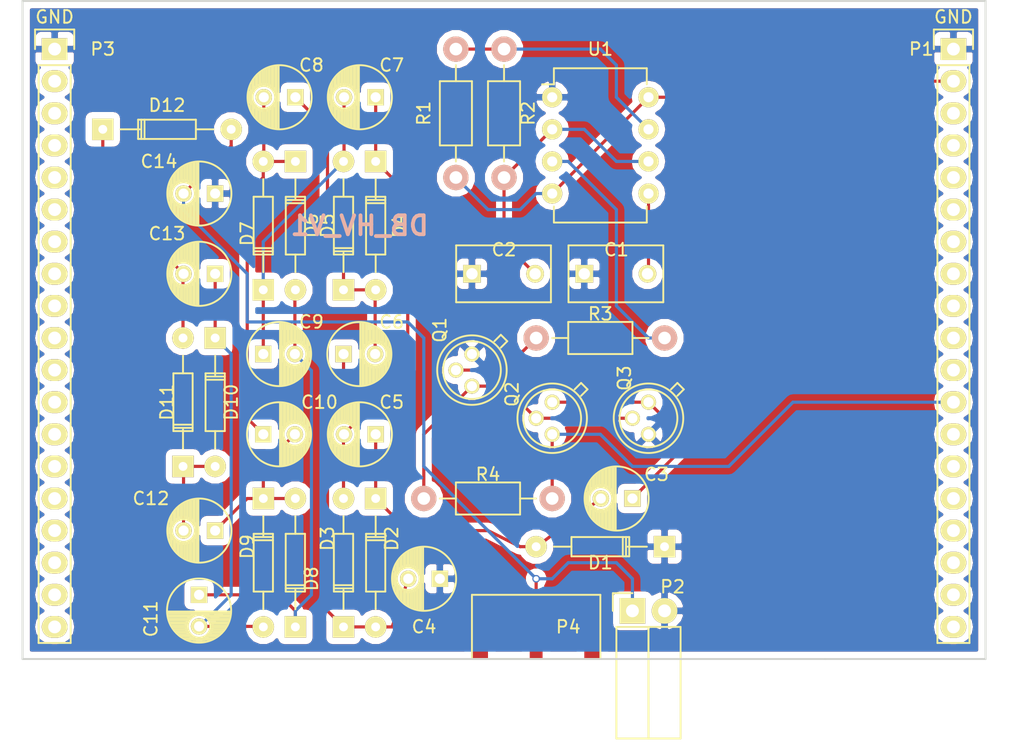
<source format=kicad_pcb>
(kicad_pcb (version 4) (host pcbnew 4.0.3+e1-6302~38~ubuntu16.04.1-stable)
  (layers (0 F.Cu signal) (31 B.Cu signal) (34 B.Paste user) (35 F.Paste user) (36 B.SilkS user) (37 F.SilkS user) (38 B.Mask user) (39 F.Mask user) (44 Edge.Cuts user))
  (net 0 "")
  (net 1 GND)
  (net 2 "Net-(C1-Pad2)")
  (net 3 "Net-(C2-Pad2)")
  (net 4 "Net-(C3-Pad2)")
  (net 5 "Net-(C3-Pad1)")
  (net 6 "Net-(C4-Pad2)")
  (net 7 "Net-(C5-Pad2)")
  (net 8 "Net-(C6-Pad2)")
  (net 9 "Net-(C7-Pad2)")
  (net 10 "Net-(C10-Pad1)")
  (net 11 "Net-(C11-Pad1)")
  (net 12 "Net-(C10-Pad2)")
  (net 13 "Net-(C11-Pad2)")
  (net 14 "Net-(C12-Pad2)")
  (net 15 "Net-(C13-Pad2)")
  (net 16 "Net-(C14-Pad2)")
  (net 17 VCC)
  (net 18 "Net-(P1-Pad3)")
  (net 19 "Net-(P1-Pad4)")
  (net 20 "Net-(P1-Pad5)")
  (net 21 "Net-(P1-Pad6)")
  (net 22 "Net-(P1-Pad7)")
  (net 23 "Net-(P1-Pad8)")
  (net 24 "Net-(P1-Pad9)")
  (net 25 "Net-(P1-Pad10)")
  (net 26 "Net-(P1-Pad11)")
  (net 27 "Net-(P1-Pad12)")
  (net 28 "Net-(P1-Pad13)")
  (net 29 "Net-(P1-Pad14)")
  (net 30 "Net-(P1-Pad15)")
  (net 31 "Net-(P1-Pad16)")
  (net 32 "Net-(P1-Pad17)")
  (net 33 "Net-(P1-Pad18)")
  (net 34 "Net-(P1-Pad19)")
  (net 35 "Net-(P3-Pad2)")
  (net 36 "Net-(P3-Pad3)")
  (net 37 "Net-(P3-Pad4)")
  (net 38 "Net-(P3-Pad5)")
  (net 39 "Net-(P3-Pad6)")
  (net 40 "Net-(P3-Pad7)")
  (net 41 "Net-(P3-Pad8)")
  (net 42 "Net-(P3-Pad9)")
  (net 43 "Net-(P3-Pad10)")
  (net 44 "Net-(P3-Pad11)")
  (net 45 "Net-(P3-Pad12)")
  (net 46 "Net-(P3-Pad13)")
  (net 47 "Net-(P3-Pad14)")
  (net 48 "Net-(P3-Pad15)")
  (net 49 "Net-(P3-Pad16)")
  (net 50 "Net-(P3-Pad17)")
  (net 51 "Net-(P3-Pad18)")
  (net 52 "Net-(P3-Pad19)")
  (net 53 "Net-(Q1-Pad2)")
  (net 54 "Net-(R1-Pad1)")
  (net 55 "Net-(R3-Pad2)")
  (net 56 "Net-(Q1-Pad3)")
  (module Capacitors_ThroughHole:C_Disc_D7.5_P5 (layer F.Cu) (at 115.57 53.34)
    (fp_text reference C1 (at 2.54 -1.905) (layer F.SilkS))
    (fp_text value 10n)
    (pad 1 thru_hole rect (at 0 0) (size 1.4 1.4) (drill 0.9) (layers *.Cu *.Mask F.SilkS) (net 1 GND))
    (pad 2 thru_hole circle (at 5 0) (size 1.4 1.4) (drill 0.9) (layers *.Cu *.Mask F.SilkS) (net 2 "Net-(C1-Pad2)"))
  )
  (module Capacitors_ThroughHole:C_Disc_D7.5_P5 (layer F.Cu) (at 106.68 53.34)
    (fp_text reference C2 (at 2.54 -1.905) (layer F.SilkS))
    (fp_text value 47n)
    (pad 1 thru_hole rect (at 0 0) (size 1.4 1.4) (drill 0.9) (layers *.Cu *.Mask F.SilkS) (net 1 GND))
    (pad 2 thru_hole circle (at 5 0) (size 1.4 1.4) (drill 0.9) (layers *.Cu *.Mask F.SilkS) (net 3 "Net-(C2-Pad2)"))
  )
  (module Diodes_ThroughHole:Diode_DO-35_SOD27_Horizontal_RM10 (layer F.Cu) (at 121.92 74.93 180)
    (fp_text reference D1 (at 5.08 -1.27 180) (layer F.SilkS))
    (fp_text value 1N4001)
    (pad 2 thru_hole circle (at 10.16052 -0.00254) (size 1.69926 1.69926) (drill 0.70104) (layers *.Cu *.Mask F.SilkS) (net 4 "Net-(C3-Pad2)"))
    (pad 1 thru_hole rect (at 0.00052 -0.00254) (size 1.69926 1.69926) (drill 0.70104) (layers *.Cu *.Mask F.SilkS) (net 1 GND))
  )
  (module Diodes_ThroughHole:Diode_DO-35_SOD27_Horizontal_RM10 (layer F.Cu) (at 99.06 71.12 270)
    (fp_text reference D2 (at 3.175 -1.27 270) (layer F.SilkS))
    (fp_text value 1N5062)
    (pad 2 thru_hole circle (at 10.16052 -0.00254 90) (size 1.69926 1.69926) (drill 0.70104) (layers *.Cu *.Mask F.SilkS) (net 6 "Net-(C4-Pad2)"))
    (pad 1 thru_hole rect (at 0.00052 -0.00254 90) (size 1.69926 1.69926) (drill 0.70104) (layers *.Cu *.Mask F.SilkS) (net 4 "Net-(C3-Pad2)"))
  )
  (module Diodes_ThroughHole:Diode_DO-35_SOD27_Horizontal_RM10 (layer F.Cu) (at 96.52 81.28 90)
    (fp_text reference D3 (at 6.985 -1.27 90) (layer F.SilkS))
    (fp_text value 1N5062)
    (pad 2 thru_hole circle (at 10.16052 -0.00254 270) (size 1.69926 1.69926) (drill 0.70104) (layers *.Cu *.Mask F.SilkS) (net 7 "Net-(C5-Pad2)"))
    (pad 1 thru_hole rect (at 0.00052 -0.00254 270) (size 1.69926 1.69926) (drill 0.70104) (layers *.Cu *.Mask F.SilkS) (net 6 "Net-(C4-Pad2)"))
  )
  (module Diodes_ThroughHole:Diode_DO-35_SOD27_Horizontal_RM10 (layer F.Cu) (at 99.06 44.45 270)
    (fp_text reference D4 (at 5.08 -1.905 270) (layer F.SilkS))
    (fp_text value 1N5062)
    (pad 2 thru_hole circle (at 10.16052 -0.00254 90) (size 1.69926 1.69926) (drill 0.70104) (layers *.Cu *.Mask F.SilkS) (net 8 "Net-(C6-Pad2)"))
    (pad 1 thru_hole rect (at 0.00052 -0.00254 90) (size 1.69926 1.69926) (drill 0.70104) (layers *.Cu *.Mask F.SilkS) (net 7 "Net-(C5-Pad2)"))
  )
  (module Diodes_ThroughHole:Diode_DO-35_SOD27_Horizontal_RM10 (layer F.Cu) (at 96.52 54.61 90)
    (fp_text reference D5 (at 5.08 -1.27 90) (layer F.SilkS))
    (fp_text value 1N5062)
    (pad 2 thru_hole circle (at 10.16052 -0.00254 270) (size 1.69926 1.69926) (drill 0.70104) (layers *.Cu *.Mask F.SilkS) (net 9 "Net-(C7-Pad2)"))
    (pad 1 thru_hole rect (at 0.00052 -0.00254 270) (size 1.69926 1.69926) (drill 0.70104) (layers *.Cu *.Mask F.SilkS) (net 8 "Net-(C6-Pad2)"))
  )
  (module Diodes_ThroughHole:Diode_DO-35_SOD27_Horizontal_RM10 (layer F.Cu) (at 90.17 54.61 90)
    (fp_text reference D6 (at 5.08 3.81 90) (layer F.SilkS))
    (fp_text value 1N5062)
    (pad 2 thru_hole circle (at 10.16052 -0.00254 270) (size 1.69926 1.69926) (drill 0.70104) (layers *.Cu *.Mask F.SilkS) (net 10 "Net-(C10-Pad1)"))
    (pad 1 thru_hole rect (at 0.00052 -0.00254 270) (size 1.69926 1.69926) (drill 0.70104) (layers *.Cu *.Mask F.SilkS) (net 9 "Net-(C7-Pad2)"))
  )
  (module Diodes_ThroughHole:Diode_DO-35_SOD27_Horizontal_RM10 (layer F.Cu) (at 92.71 44.45 270)
    (fp_text reference D7 (at 5.715 3.81 270) (layer F.SilkS))
    (fp_text value 1N5062)
    (pad 2 thru_hole circle (at 10.16052 -0.00254 90) (size 1.69926 1.69926) (drill 0.70104) (layers *.Cu *.Mask F.SilkS) (net 11 "Net-(C11-Pad1)"))
    (pad 1 thru_hole rect (at 0.00052 -0.00254 90) (size 1.69926 1.69926) (drill 0.70104) (layers *.Cu *.Mask F.SilkS) (net 10 "Net-(C10-Pad1)"))
  )
  (module Diodes_ThroughHole:Diode_DO-35_SOD27_Horizontal_RM10 (layer F.Cu) (at 92.71 81.28 90)
    (fp_text reference D8 (at 3.81 1.27 90) (layer F.SilkS))
    (fp_text value 1N5062)
    (pad 2 thru_hole circle (at 10.16052 -0.00254 270) (size 1.69926 1.69926) (drill 0.70104) (layers *.Cu *.Mask F.SilkS) (net 12 "Net-(C10-Pad2)"))
    (pad 1 thru_hole rect (at 0.00052 -0.00254 270) (size 1.69926 1.69926) (drill 0.70104) (layers *.Cu *.Mask F.SilkS) (net 11 "Net-(C11-Pad1)"))
  )
  (module Diodes_ThroughHole:Diode_DO-35_SOD27_Horizontal_RM10 (layer F.Cu) (at 90.17 71.12 270)
    (fp_text reference D9 (at 3.81 1.27 270) (layer F.SilkS))
    (fp_text value 1N5062)
    (pad 2 thru_hole circle (at 10.16052 -0.00254 90) (size 1.69926 1.69926) (drill 0.70104) (layers *.Cu *.Mask F.SilkS) (net 13 "Net-(C11-Pad2)"))
    (pad 1 thru_hole rect (at 0.00052 -0.00254 90) (size 1.69926 1.69926) (drill 0.70104) (layers *.Cu *.Mask F.SilkS) (net 12 "Net-(C10-Pad2)"))
  )
  (module Diodes_ThroughHole:Diode_DO-35_SOD27_Horizontal_RM10 (layer F.Cu) (at 86.36 58.42 270)
    (fp_text reference D10 (at 5.08 -1.27 270) (layer F.SilkS))
    (fp_text value 1N5062)
    (pad 2 thru_hole circle (at 10.16052 -0.00254 90) (size 1.69926 1.69926) (drill 0.70104) (layers *.Cu *.Mask F.SilkS) (net 14 "Net-(C12-Pad2)"))
    (pad 1 thru_hole rect (at 0.00052 -0.00254 90) (size 1.69926 1.69926) (drill 0.70104) (layers *.Cu *.Mask F.SilkS) (net 13 "Net-(C11-Pad2)"))
  )
  (module Diodes_ThroughHole:Diode_DO-35_SOD27_Horizontal_RM10 (layer F.Cu) (at 83.82 68.58 90)
    (fp_text reference D11 (at 5.08 -1.27 90) (layer F.SilkS))
    (fp_text value 1N5062)
    (pad 2 thru_hole circle (at 10.16052 -0.00254 270) (size 1.69926 1.69926) (drill 0.70104) (layers *.Cu *.Mask F.SilkS) (net 15 "Net-(C13-Pad2)"))
    (pad 1 thru_hole rect (at 0.00052 -0.00254 270) (size 1.69926 1.69926) (drill 0.70104) (layers *.Cu *.Mask F.SilkS) (net 14 "Net-(C12-Pad2)"))
  )
  (module Diodes_ThroughHole:Diode_DO-35_SOD27_Horizontal_RM10 (layer F.Cu) (at 77.47 41.91)
    (fp_text reference D12 (at 5.08 -1.905) (layer F.SilkS))
    (fp_text value 1N4001)
    (pad 2 thru_hole circle (at 10.16052 -0.00254 180) (size 1.69926 1.69926) (drill 0.70104) (layers *.Cu *.Mask F.SilkS) (net 16 "Net-(C14-Pad2)"))
    (pad 1 thru_hole rect (at 0.00052 -0.00254 180) (size 1.69926 1.69926) (drill 0.70104) (layers *.Cu *.Mask F.SilkS) (net 15 "Net-(C13-Pad2)"))
  )
  (module Resistors_ThroughHole:Resistor_Horizontal_RM10mm (layer F.Cu) (at 105.41 35.56 270)
    (fp_text reference R1 (at 5.08 2.54 270) (layer F.SilkS))
    (fp_text value 2.2k)
    (pad 1 thru_hole circle (at 0 0 270) (size 1.99898 1.99898) (drill 1.00076) (layers *.Cu *.SilkS *.Mask) (net 54 "Net-(R1-Pad1)"))
    (pad 2 thru_hole circle (at 10.16 0 270) (size 1.99898 1.99898) (drill 1.00076) (layers *.Cu *.SilkS *.Mask) (net 17 VCC))
  )
  (module Resistors_ThroughHole:Resistor_Horizontal_RM10mm (layer F.Cu) (at 109.22 35.56 270)
    (fp_text reference R2 (at 5.08 -1.905 270) (layer F.SilkS))
    (fp_text value 12k)
    (pad 1 thru_hole circle (at 0 0 270) (size 1.99898 1.99898) (drill 1.00076) (layers *.Cu *.SilkS *.Mask) (net 54 "Net-(R1-Pad1)"))
    (pad 2 thru_hole circle (at 10.16 0 270) (size 1.99898 1.99898) (drill 1.00076) (layers *.Cu *.SilkS *.Mask) (net 3 "Net-(C2-Pad2)"))
  )
  (module Resistors_ThroughHole:Resistor_Horizontal_RM10mm (layer F.Cu) (at 111.76 58.42)
    (fp_text reference R3 (at 5.08 -1.905) (layer F.SilkS))
    (fp_text value 3.3k)
    (pad 1 thru_hole circle (at 0 0) (size 1.99898 1.99898) (drill 1.00076) (layers *.Cu *.SilkS *.Mask) (net 53 "Net-(Q1-Pad2)"))
    (pad 2 thru_hole circle (at 10.16 0) (size 1.99898 1.99898) (drill 1.00076) (layers *.Cu *.SilkS *.Mask) (net 55 "Net-(R3-Pad2)"))
  )
  (module Resistors_ThroughHole:Resistor_Horizontal_RM10mm (layer F.Cu) (at 113.03 71.12 180)
    (fp_text reference R4 (at 5.08 1.905 180) (layer F.SilkS))
    (fp_text value 1.8k)
    (pad 1 thru_hole circle (at 0 0 180) (size 1.99898 1.99898) (drill 1.00076) (layers *.Cu *.SilkS *.Mask) (net 27 "Net-(P1-Pad12)"))
    (pad 2 thru_hole circle (at 10.16 0 180) (size 1.99898 1.99898) (drill 1.00076) (layers *.Cu *.SilkS *.Mask) (net 56 "Net-(Q1-Pad3)"))
  )
  (module Housings_DIP:DIP-8_W7.62mm (layer F.Cu) (at 113.03 39.37)
    (fp_text reference U1 (at 3.81 -3.81) (layer F.SilkS))
    (fp_text value LM555N)
    (pad 1 thru_hole oval (at 0 0) (size 1.6 1.6) (drill 0.8) (layers *.Cu *.Mask F.SilkS) (net 1 GND))
    (pad 2 thru_hole oval (at 0 2.54) (size 1.6 1.6) (drill 0.8) (layers *.Cu *.Mask F.SilkS) (net 3 "Net-(C2-Pad2)"))
    (pad 3 thru_hole oval (at 0 5.08) (size 1.6 1.6) (drill 0.8) (layers *.Cu *.Mask F.SilkS) (net 55 "Net-(R3-Pad2)"))
    (pad 4 thru_hole oval (at 0 7.62) (size 1.6 1.6) (drill 0.8) (layers *.Cu *.Mask F.SilkS) (net 17 VCC))
    (pad 5 thru_hole oval (at 7.62 7.62) (size 1.6 1.6) (drill 0.8) (layers *.Cu *.Mask F.SilkS) (net 2 "Net-(C1-Pad2)"))
    (pad 6 thru_hole oval (at 7.62 5.08) (size 1.6 1.6) (drill 0.8) (layers *.Cu *.Mask F.SilkS) (net 3 "Net-(C2-Pad2)"))
    (pad 7 thru_hole oval (at 7.62 2.54) (size 1.6 1.6) (drill 0.8) (layers *.Cu *.Mask F.SilkS) (net 54 "Net-(R1-Pad1)"))
    (pad 8 thru_hole oval (at 7.62 0) (size 1.6 1.6) (drill 0.8) (layers *.Cu *.Mask F.SilkS) (net 17 VCC))
  )
  (module Capacitors_ThroughHole:C_Radial_D5_L6_P2.5 (layer F.Cu) (at 86.36 46.99 180)
    (fp_text reference C14 (at 4.445 2.54 180) (layer F.SilkS))
    (fp_text value 4.7u)
    (pad 1 thru_hole rect (at 0 0 180) (size 1.3 1.3) (drill 0.8) (layers *.Cu *.Mask F.SilkS) (net 1 GND))
    (pad 2 thru_hole circle (at 2.5 0 180) (size 1.3 1.3) (drill 0.8) (layers *.Cu *.Mask F.SilkS) (net 16 "Net-(C14-Pad2)"))
  )
  (module Capacitors_ThroughHole:C_Radial_D5_L6_P2.5 (layer F.Cu) (at 86.36 53.34 180)
    (fp_text reference C13 (at 3.81 3.175 180) (layer F.SilkS))
    (fp_text value 4.7u)
    (pad 1 thru_hole rect (at 0 0 180) (size 1.3 1.3) (drill 0.8) (layers *.Cu *.Mask F.SilkS) (net 13 "Net-(C11-Pad2)"))
    (pad 2 thru_hole circle (at 2.5 0 180) (size 1.3 1.3) (drill 0.8) (layers *.Cu *.Mask F.SilkS) (net 15 "Net-(C13-Pad2)"))
  )
  (module Capacitors_ThroughHole:C_Radial_D5_L6_P2.5 (layer F.Cu) (at 86.36 73.66 180)
    (fp_text reference C12 (at 5.08 2.54 180) (layer F.SilkS))
    (fp_text value 4.7u)
    (pad 1 thru_hole rect (at 0 0 180) (size 1.3 1.3) (drill 0.8) (layers *.Cu *.Mask F.SilkS) (net 12 "Net-(C10-Pad2)"))
    (pad 2 thru_hole circle (at 2.5 0 180) (size 1.3 1.3) (drill 0.8) (layers *.Cu *.Mask F.SilkS) (net 14 "Net-(C12-Pad2)"))
  )
  (module Capacitors_ThroughHole:C_Radial_D5_L6_P2.5 (layer F.Cu) (at 85.09 78.74 270)
    (fp_text reference C11 (at 1.905 3.81 270) (layer F.SilkS))
    (fp_text value 4.7u)
    (pad 1 thru_hole rect (at 0 0 270) (size 1.3 1.3) (drill 0.8) (layers *.Cu *.Mask F.SilkS) (net 11 "Net-(C11-Pad1)"))
    (pad 2 thru_hole circle (at 2.5 0 270) (size 1.3 1.3) (drill 0.8) (layers *.Cu *.Mask F.SilkS) (net 13 "Net-(C11-Pad2)"))
  )
  (module Capacitors_ThroughHole:C_Radial_D5_L6_P2.5 (layer F.Cu) (at 90.17 66.04)
    (fp_text reference C10 (at 4.445 -2.54) (layer F.SilkS))
    (fp_text value 4.7u)
    (pad 1 thru_hole rect (at 0 0) (size 1.3 1.3) (drill 0.8) (layers *.Cu *.Mask F.SilkS) (net 10 "Net-(C10-Pad1)"))
    (pad 2 thru_hole circle (at 2.5 0) (size 1.3 1.3) (drill 0.8) (layers *.Cu *.Mask F.SilkS) (net 12 "Net-(C10-Pad2)"))
  )
  (module Capacitors_ThroughHole:C_Radial_D5_L6_P2.5 (layer F.Cu) (at 90.17 59.69)
    (fp_text reference C9 (at 3.81 -2.54) (layer F.SilkS))
    (fp_text value 4.7u)
    (pad 1 thru_hole rect (at 0 0) (size 1.3 1.3) (drill 0.8) (layers *.Cu *.Mask F.SilkS) (net 9 "Net-(C7-Pad2)"))
    (pad 2 thru_hole circle (at 2.5 0) (size 1.3 1.3) (drill 0.8) (layers *.Cu *.Mask F.SilkS) (net 11 "Net-(C11-Pad1)"))
  )
  (module Capacitors_ThroughHole:C_Radial_D5_L6_P2.5 (layer F.Cu) (at 92.71 39.37 180)
    (fp_text reference C8 (at -1.27 2.54 180) (layer F.SilkS))
    (fp_text value 4.7u)
    (pad 1 thru_hole rect (at 0 0 180) (size 1.3 1.3) (drill 0.8) (layers *.Cu *.Mask F.SilkS) (net 8 "Net-(C6-Pad2)"))
    (pad 2 thru_hole circle (at 2.5 0 180) (size 1.3 1.3) (drill 0.8) (layers *.Cu *.Mask F.SilkS) (net 10 "Net-(C10-Pad1)"))
  )
  (module Capacitors_ThroughHole:C_Radial_D5_L6_P2.5 (layer F.Cu) (at 99.06 39.37 180)
    (fp_text reference C7 (at -1.27 2.54 180) (layer F.SilkS))
    (fp_text value 4.7u)
    (pad 1 thru_hole rect (at 0 0 180) (size 1.3 1.3) (drill 0.8) (layers *.Cu *.Mask F.SilkS) (net 7 "Net-(C5-Pad2)"))
    (pad 2 thru_hole circle (at 2.5 0 180) (size 1.3 1.3) (drill 0.8) (layers *.Cu *.Mask F.SilkS) (net 9 "Net-(C7-Pad2)"))
  )
  (module Capacitors_ThroughHole:C_Radial_D5_L6_P2.5 (layer F.Cu) (at 96.52 59.69)
    (fp_text reference C6 (at 3.81 -2.54) (layer F.SilkS))
    (fp_text value 4.7u)
    (pad 1 thru_hole rect (at 0 0) (size 1.3 1.3) (drill 0.8) (layers *.Cu *.Mask F.SilkS) (net 6 "Net-(C4-Pad2)"))
    (pad 2 thru_hole circle (at 2.5 0) (size 1.3 1.3) (drill 0.8) (layers *.Cu *.Mask F.SilkS) (net 8 "Net-(C6-Pad2)"))
  )
  (module Capacitors_ThroughHole:C_Radial_D5_L6_P2.5 (layer F.Cu) (at 99.06 66.04 180)
    (fp_text reference C5 (at -1.27 2.54 180) (layer F.SilkS))
    (fp_text value 4.7u)
    (pad 1 thru_hole rect (at 0 0 180) (size 1.3 1.3) (drill 0.8) (layers *.Cu *.Mask F.SilkS) (net 4 "Net-(C3-Pad2)"))
    (pad 2 thru_hole circle (at 2.5 0 180) (size 1.3 1.3) (drill 0.8) (layers *.Cu *.Mask F.SilkS) (net 7 "Net-(C5-Pad2)"))
  )
  (module Capacitors_ThroughHole:C_Radial_D5_L6_P2.5 (layer F.Cu) (at 104.14 77.47 180)
    (fp_text reference C4 (at 1.25 -3.8 180) (layer F.SilkS))
    (fp_text value 4.7u)
    (pad 1 thru_hole rect (at 0 0 180) (size 1.3 1.3) (drill 0.8) (layers *.Cu *.Mask F.SilkS) (net 1 GND))
    (pad 2 thru_hole circle (at 2.5 0 180) (size 1.3 1.3) (drill 0.8) (layers *.Cu *.Mask F.SilkS) (net 6 "Net-(C4-Pad2)"))
  )
  (module Capacitors_ThroughHole:C_Radial_D5_L6_P2.5 (layer F.Cu) (at 119.38 71.12 180)
    (fp_text reference C3 (at -1.905 1.905 180) (layer F.SilkS))
    (fp_text value 47u)
    (pad 1 thru_hole rect (at 0 0 180) (size 1.3 1.3) (drill 0.8) (layers *.Cu *.Mask F.SilkS) (net 5 "Net-(C3-Pad1)"))
    (pad 2 thru_hole circle (at 2.5 0 180) (size 1.3 1.3) (drill 0.8) (layers *.Cu *.Mask F.SilkS) (net 4 "Net-(C3-Pad2)"))
  )
  (module TO_SOT_Packages_THT:TO-18_3Pin (layer F.Cu) (at 106.68 60.96 90)
    (fp_text reference Q1 (at 3.175 -2.54 90) (layer F.SilkS))
    (fp_text value Q2N2222)
    (pad 1 thru_hole circle (at 1.27 0 90) (size 1.2 1.2) (drill 0.8) (layers *.Cu *.Mask F.SilkS) (net 1 GND))
    (pad 2 thru_hole circle (at 0 -1.27 90) (size 1.2 1.2) (drill 0.8) (layers *.Cu *.Mask F.SilkS) (net 53 "Net-(Q1-Pad2)"))
    (pad 3 thru_hole circle (at -1.27 0 90) (size 1.2 1.2) (drill 0.8) (layers *.Cu *.Mask F.SilkS) (net 56 "Net-(Q1-Pad3)"))
  )
  (module TO_SOT_Packages_THT:TO-18_3Pin (layer F.Cu) (at 120.65 64.77 90)
    (fp_text reference Q3 (at 3.175 -1.905 90) (layer F.SilkS))
    (fp_text value Q2N2907)
    (pad 1 thru_hole circle (at 1.27 0 90) (size 1.2 1.2) (drill 0.8) (layers *.Cu *.Mask F.SilkS) (net 5 "Net-(C3-Pad1)"))
    (pad 2 thru_hole circle (at 0 -1.27 90) (size 1.2 1.2) (drill 0.8) (layers *.Cu *.Mask F.SilkS) (net 56 "Net-(Q1-Pad3)"))
    (pad 3 thru_hole circle (at -1.27 0 90) (size 1.2 1.2) (drill 0.8) (layers *.Cu *.Mask F.SilkS) (net 1 GND))
  )
  (module TO_SOT_Packages_THT:TO-18_3Pin (layer F.Cu) (at 113.03 64.77 90)
    (fp_text reference Q2 (at 1.905 -3.175 90) (layer F.SilkS))
    (fp_text value Q2N2222)
    (pad 1 thru_hole circle (at 1.27 0 90) (size 1.2 1.2) (drill 0.8) (layers *.Cu *.Mask F.SilkS) (net 5 "Net-(C3-Pad1)"))
    (pad 2 thru_hole circle (at 0 -1.27 90) (size 1.2 1.2) (drill 0.8) (layers *.Cu *.Mask F.SilkS) (net 56 "Net-(Q1-Pad3)"))
    (pad 3 thru_hole circle (at -1.27 0 90) (size 1.2 1.2) (drill 0.8) (layers *.Cu *.Mask F.SilkS) (net 27 "Net-(P1-Pad12)"))
  )
  (module Socket_Strips:Socket_Strip_Angled_1x02 (layer F.Cu) (at 119.38 80.01)
    (fp_text reference P2 (at 3.175 -1.905) (layer F.SilkS))
    (fp_text value CONN_01X02)
    (pad 1 thru_hole rect (at 0 0) (size 2.032 2.032) (drill 1.016) (layers *.Cu *.Mask F.SilkS) (net 16 "Net-(C14-Pad2)"))
    (pad 2 thru_hole oval (at 2.54 0) (size 2.032 2.032) (drill 1.016) (layers *.Cu *.Mask F.SilkS) (net 1 GND))
  )
  (module Echopen:Header_1x19 (layer F.Cu) (at 73.66 58.42)
    (fp_text reference P3 (at 3.81 -22.86) (layer F.SilkS))
    (fp_text value CONN_01X19)
    (fp_text user GND (at 0 -25.4) (layer F.SilkS))
    (pad 1 thru_hole rect (at 0 -22.86 270) (size 1.7272 2.032) (drill 1.016) (layers *.Cu *.Mask F.SilkS) (net 1 GND))
    (pad 2 thru_hole oval (at 0 -20.32 270) (size 1.7272 2.032) (drill 1.016) (layers *.Cu *.Mask F.SilkS) (net 35 "Net-(P3-Pad2)"))
    (pad 3 thru_hole oval (at 0 -17.78 270) (size 1.7272 2.032) (drill 1.016) (layers *.Cu *.Mask F.SilkS) (net 36 "Net-(P3-Pad3)"))
    (pad 4 thru_hole oval (at 0 -15.24 270) (size 1.7272 2.032) (drill 1.016) (layers *.Cu *.Mask F.SilkS) (net 37 "Net-(P3-Pad4)"))
    (pad 5 thru_hole oval (at 0 -12.7 270) (size 1.7272 2.032) (drill 1.016) (layers *.Cu *.Mask F.SilkS) (net 38 "Net-(P3-Pad5)"))
    (pad 6 thru_hole oval (at 0 -10.16 270) (size 1.7272 2.032) (drill 1.016) (layers *.Cu *.Mask F.SilkS) (net 39 "Net-(P3-Pad6)"))
    (pad 7 thru_hole oval (at 0 -7.62 270) (size 1.7272 2.032) (drill 1.016) (layers *.Cu *.Mask F.SilkS) (net 40 "Net-(P3-Pad7)"))
    (pad 8 thru_hole oval (at 0 -5.08 270) (size 1.7272 2.032) (drill 1.016) (layers *.Cu *.Mask F.SilkS) (net 41 "Net-(P3-Pad8)"))
    (pad 9 thru_hole oval (at 0 -2.54 270) (size 1.7272 2.032) (drill 1.016) (layers *.Cu *.Mask F.SilkS) (net 42 "Net-(P3-Pad9)"))
    (pad 10 thru_hole oval (at 0 0 270) (size 1.7272 2.032) (drill 1.016) (layers *.Cu *.Mask F.SilkS) (net 43 "Net-(P3-Pad10)"))
    (pad 11 thru_hole oval (at 0 2.54 270) (size 1.7272 2.032) (drill 1.016) (layers *.Cu *.Mask F.SilkS) (net 44 "Net-(P3-Pad11)"))
    (pad 12 thru_hole oval (at 0 5.08 270) (size 1.7272 2.032) (drill 1.016) (layers *.Cu *.Mask F.SilkS) (net 45 "Net-(P3-Pad12)"))
    (pad 13 thru_hole oval (at 0 7.62 270) (size 1.7272 2.032) (drill 1.016) (layers *.Cu *.Mask F.SilkS) (net 46 "Net-(P3-Pad13)"))
    (pad 14 thru_hole oval (at 0 10.16 270) (size 1.7272 2.032) (drill 1.016) (layers *.Cu *.Mask F.SilkS) (net 47 "Net-(P3-Pad14)"))
    (pad 15 thru_hole oval (at 0 12.7 270) (size 1.7272 2.032) (drill 1.016) (layers *.Cu *.Mask F.SilkS) (net 48 "Net-(P3-Pad15)"))
    (pad 16 thru_hole oval (at 0 15.24 270) (size 1.7272 2.032) (drill 1.016) (layers *.Cu *.Mask F.SilkS) (net 49 "Net-(P3-Pad16)"))
    (pad 17 thru_hole oval (at 0 17.78 270) (size 1.7272 2.032) (drill 1.016) (layers *.Cu *.Mask F.SilkS) (net 50 "Net-(P3-Pad17)"))
    (pad 18 thru_hole oval (at 0 20.32 270) (size 1.7272 2.032) (drill 1.016) (layers *.Cu *.Mask F.SilkS) (net 51 "Net-(P3-Pad18)"))
    (pad 19 thru_hole oval (at 0 22.86 270) (size 1.7272 2.032) (drill 1.016) (layers *.Cu *.Mask F.SilkS) (net 52 "Net-(P3-Pad19)"))
  )
  (module Echopen:Header_1x19 (layer F.Cu) (at 144.78 58.42)
    (fp_text reference P1 (at -2.54 -22.86) (layer F.SilkS))
    (fp_text value CONN_01X19)
    (fp_text user GND (at 0 -25.4) (layer F.SilkS))
    (pad 1 thru_hole rect (at 0 -22.86 270) (size 1.7272 2.032) (drill 1.016) (layers *.Cu *.Mask F.SilkS) (net 1 GND))
    (pad 2 thru_hole oval (at 0 -20.32 270) (size 1.7272 2.032) (drill 1.016) (layers *.Cu *.Mask F.SilkS) (net 17 VCC))
    (pad 3 thru_hole oval (at 0 -17.78 270) (size 1.7272 2.032) (drill 1.016) (layers *.Cu *.Mask F.SilkS) (net 18 "Net-(P1-Pad3)"))
    (pad 4 thru_hole oval (at 0 -15.24 270) (size 1.7272 2.032) (drill 1.016) (layers *.Cu *.Mask F.SilkS) (net 19 "Net-(P1-Pad4)"))
    (pad 5 thru_hole oval (at 0 -12.7 270) (size 1.7272 2.032) (drill 1.016) (layers *.Cu *.Mask F.SilkS) (net 20 "Net-(P1-Pad5)"))
    (pad 6 thru_hole oval (at 0 -10.16 270) (size 1.7272 2.032) (drill 1.016) (layers *.Cu *.Mask F.SilkS) (net 21 "Net-(P1-Pad6)"))
    (pad 7 thru_hole oval (at 0 -7.62 270) (size 1.7272 2.032) (drill 1.016) (layers *.Cu *.Mask F.SilkS) (net 22 "Net-(P1-Pad7)"))
    (pad 8 thru_hole oval (at 0 -5.08 270) (size 1.7272 2.032) (drill 1.016) (layers *.Cu *.Mask F.SilkS) (net 23 "Net-(P1-Pad8)"))
    (pad 9 thru_hole oval (at 0 -2.54 270) (size 1.7272 2.032) (drill 1.016) (layers *.Cu *.Mask F.SilkS) (net 24 "Net-(P1-Pad9)"))
    (pad 10 thru_hole oval (at 0 0 270) (size 1.7272 2.032) (drill 1.016) (layers *.Cu *.Mask F.SilkS) (net 25 "Net-(P1-Pad10)"))
    (pad 11 thru_hole oval (at 0 2.54 270) (size 1.7272 2.032) (drill 1.016) (layers *.Cu *.Mask F.SilkS) (net 26 "Net-(P1-Pad11)"))
    (pad 12 thru_hole oval (at 0 5.08 270) (size 1.7272 2.032) (drill 1.016) (layers *.Cu *.Mask F.SilkS) (net 27 "Net-(P1-Pad12)"))
    (pad 13 thru_hole oval (at 0 7.62 270) (size 1.7272 2.032) (drill 1.016) (layers *.Cu *.Mask F.SilkS) (net 28 "Net-(P1-Pad13)"))
    (pad 14 thru_hole oval (at 0 10.16 270) (size 1.7272 2.032) (drill 1.016) (layers *.Cu *.Mask F.SilkS) (net 29 "Net-(P1-Pad14)"))
    (pad 15 thru_hole oval (at 0 12.7 270) (size 1.7272 2.032) (drill 1.016) (layers *.Cu *.Mask F.SilkS) (net 30 "Net-(P1-Pad15)"))
    (pad 16 thru_hole oval (at 0 15.24 270) (size 1.7272 2.032) (drill 1.016) (layers *.Cu *.Mask F.SilkS) (net 31 "Net-(P1-Pad16)"))
    (pad 17 thru_hole oval (at 0 17.78 270) (size 1.7272 2.032) (drill 1.016) (layers *.Cu *.Mask F.SilkS) (net 32 "Net-(P1-Pad17)"))
    (pad 18 thru_hole oval (at 0 20.32 270) (size 1.7272 2.032) (drill 1.016) (layers *.Cu *.Mask F.SilkS) (net 33 "Net-(P1-Pad18)"))
    (pad 19 thru_hole oval (at 0 22.86 270) (size 1.7272 2.032) (drill 1.016) (layers *.Cu *.Mask F.SilkS) (net 34 "Net-(P1-Pad19)"))
  )
  (module Echopen:SMA (layer F.Cu) (at 111.76 81.28)
    (fp_text reference P4 (at 2.54 0) (layer F.SilkS))
    (fp_text value SMA)
    (pad 2 smd rect (at -5.08 0) (size 1.27 5.08) (drill (offset 0.635 0)) (layers *.Paste *.Mask F.Cu) (net 1 GND))
    (pad 2 smd rect (at 5.08 0) (size 1.27 5.08) (drill (offset -0.635 0)) (layers *.Paste *.Mask F.Cu) (net 1 GND))
    (pad 1 smd rect (at 0 0) (size 1.016 5.08) (layers F.Cu F.Paste F.Mask) (net 16 "Net-(C14-Pad2)"))
  )
  (gr_line (start 147.32 83.82) (end 134.62 83.82) (angle 90) (layer Edge.Cuts) (width 0.15))
  (gr_line (start 147.32 31.75) (end 147.32 83.82) (angle 90) (layer Edge.Cuts) (width 0.15))
  (gr_line (start 71.12 31.75) (end 147.32 31.75) (angle 90) (layer Edge.Cuts) (width 0.15))
  (gr_text DB_HV_V1 (at 97.79 49.53) (layer B.SilkS) (effects (font (size 1.5 1.5) (thickness 0.3)) (justify mirror)))
  (gr_line (start 134.62 83.82) (end 71.12 83.82) (angle 90) (layer Edge.Cuts) (width 0.15))
  (gr_line (start 71.12 31.75) (end 71.12 83.82) (angle 90) (layer Edge.Cuts) (width 0.15))
  (segment (start 120.65 46.99) (end 120.65 53.26) (width 0.25) (layer F.Cu) (net 2))
  (segment (start 120.65 53.26) (end 120.57 53.34) (width 0.25) (layer F.Cu) (net 2))
  (segment (start 109.22 45.72) (end 109.22 50.88) (width 0.25) (layer F.Cu) (net 3))
  (segment (start 109.22 50.88) (end 111.68 53.34) (width 0.25) (layer F.Cu) (net 3))
  (segment (start 109.22 45.72) (end 113.03 41.91) (width 0.25) (layer F.Cu) (net 3))
  (segment (start 120.65 44.45) (end 118.11 44.45) (width 0.25) (layer B.Cu) (net 3))
  (segment (start 115.57 41.91) (end 113.03 41.91) (width 0.25) (layer B.Cu) (net 3))
  (segment (start 118.11 44.45) (end 115.57 41.91) (width 0.25) (layer B.Cu) (net 3))
  (segment (start 99.06254 71.12052) (end 99.06254 66.04254) (width 0.25) (layer F.Cu) (net 4))
  (segment (start 99.06254 66.04254) (end 99.06 66.04) (width 0.25) (layer F.Cu) (net 4))
  (segment (start 111.75948 74.93254) (end 110.49 74.93) (width 0.25) (layer F.Cu) (net 4))
  (segment (start 101.60202 73.66) (end 99.06254 71.12052) (width 0.25) (layer F.Cu) (net 4))
  (segment (start 107.95 73.66) (end 101.60202 73.66) (width 0.25) (layer F.Cu) (net 4))
  (segment (start 110.49 74.93) (end 107.95 73.66) (width 0.25) (layer F.Cu) (net 4))
  (segment (start 111.75948 74.93254) (end 111.79746 74.93254) (width 0.25) (layer F.Cu) (net 4))
  (segment (start 111.79746 74.93254) (end 116.88 71.12) (width 0.25) (layer F.Cu) (net 4))
  (segment (start 120.65 63.5) (end 123.19 66.04) (width 0.25) (layer F.Cu) (net 5))
  (segment (start 123.19 67.31) (end 119.38 71.12) (width 0.25) (layer F.Cu) (net 5))
  (segment (start 123.19 66.04) (end 123.19 67.31) (width 0.25) (layer F.Cu) (net 5))
  (segment (start 113.03 63.5) (end 120.65 63.5) (width 0.25) (layer F.Cu) (net 5))
  (segment (start 96.52 59.69) (end 96.52 62.23) (width 0.25) (layer F.Cu) (net 6))
  (segment (start 95.25 80.01202) (end 96.51746 81.27948) (width 0.25) (layer F.Cu) (net 6))
  (segment (start 95.25 63.5) (end 95.25 80.01202) (width 0.25) (layer F.Cu) (net 6))
  (segment (start 96.52 62.23) (end 95.25 63.5) (width 0.25) (layer F.Cu) (net 6))
  (segment (start 96.51746 81.27948) (end 99.0615 81.27948) (width 0.25) (layer F.Cu) (net 6))
  (segment (start 99.0615 81.27948) (end 99.06254 81.28052) (width 0.25) (layer F.Cu) (net 6))
  (segment (start 99.06254 81.28052) (end 100.36948 81.28052) (width 0.25) (layer F.Cu) (net 6))
  (segment (start 100.36948 81.28052) (end 101.64 77.47) (width 0.25) (layer F.Cu) (net 6))
  (segment (start 99.06254 44.45052) (end 99.06254 39.37254) (width 0.25) (layer F.Cu) (net 7))
  (segment (start 99.06254 39.37254) (end 99.06 39.37) (width 0.25) (layer F.Cu) (net 7))
  (segment (start 96.56 66.04) (end 96.56 66) (width 0.25) (layer F.Cu) (net 7))
  (segment (start 96.56 66) (end 101.6 60.96) (width 0.25) (layer F.Cu) (net 7))
  (segment (start 101.6 46.99) (end 99.06254 44.45254) (width 0.25) (layer F.Cu) (net 7))
  (segment (start 101.6 60.96) (end 101.6 46.99) (width 0.25) (layer F.Cu) (net 7))
  (segment (start 99.06254 44.45254) (end 99.06254 44.45052) (width 0.25) (layer F.Cu) (net 7))
  (segment (start 96.51746 71.11948) (end 96.51746 66.08254) (width 0.25) (layer F.Cu) (net 7))
  (segment (start 96.51746 66.08254) (end 96.56 66.04) (width 0.25) (layer F.Cu) (net 7))
  (segment (start 96.51746 54.60948) (end 96.51746 49.52746) (width 0.25) (layer F.Cu) (net 8))
  (segment (start 95.25 41.91) (end 92.71 39.37) (width 0.25) (layer F.Cu) (net 8))
  (segment (start 95.25 48.26) (end 95.25 41.91) (width 0.25) (layer F.Cu) (net 8))
  (segment (start 96.51746 49.52746) (end 95.25 48.26) (width 0.25) (layer F.Cu) (net 8))
  (segment (start 99.06254 54.61052) (end 96.5185 54.61052) (width 0.25) (layer F.Cu) (net 8))
  (segment (start 96.5185 54.61052) (end 96.51746 54.60948) (width 0.25) (layer F.Cu) (net 8))
  (segment (start 99.02 59.69) (end 99.02 54.65306) (width 0.25) (layer F.Cu) (net 8))
  (segment (start 99.02 54.65306) (end 99.06254 54.61052) (width 0.25) (layer F.Cu) (net 8))
  (segment (start 90.17 59.69) (end 90.17 54.61202) (width 0.25) (layer F.Cu) (net 9))
  (segment (start 90.17 54.61202) (end 90.16746 54.60948) (width 0.25) (layer F.Cu) (net 9))
  (segment (start 90.16746 54.60948) (end 90.16746 50.79948) (width 0.25) (layer B.Cu) (net 9))
  (segment (start 90.16746 50.79948) (end 96.51746 44.44948) (width 0.25) (layer B.Cu) (net 9))
  (segment (start 96.56 39.37) (end 96.56 44.40694) (width 0.25) (layer F.Cu) (net 9))
  (segment (start 96.56 44.40694) (end 96.51746 44.44948) (width 0.25) (layer F.Cu) (net 9))
  (segment (start 90.16746 44.44948) (end 90.16746 45.72254) (width 0.25) (layer F.Cu) (net 10))
  (segment (start 88.9 64.77) (end 90.17 66.04) (width 0.25) (layer F.Cu) (net 10))
  (segment (start 88.9 46.99) (end 88.9 64.77) (width 0.25) (layer F.Cu) (net 10))
  (segment (start 90.16746 45.72254) (end 88.9 46.99) (width 0.25) (layer F.Cu) (net 10))
  (segment (start 90.16746 44.44948) (end 92.7115 44.44948) (width 0.25) (layer F.Cu) (net 10))
  (segment (start 92.7115 44.44948) (end 92.71254 44.45052) (width 0.25) (layer F.Cu) (net 10))
  (segment (start 90.21 39.37) (end 90.21 44.40694) (width 0.25) (layer F.Cu) (net 10))
  (segment (start 90.21 44.40694) (end 90.16746 44.44948) (width 0.25) (layer F.Cu) (net 10))
  (segment (start 85.09 78.74) (end 91.44 78.74) (width 0.25) (layer F.Cu) (net 11))
  (segment (start 92.70746 80.00746) (end 92.70746 81.27948) (width 0.25) (layer F.Cu) (net 11))
  (segment (start 91.44 78.74) (end 92.70746 80.00746) (width 0.25) (layer F.Cu) (net 11))
  (segment (start 92.70746 81.27948) (end 92.70746 80.01254) (width 0.25) (layer B.Cu) (net 11))
  (segment (start 93.98 61) (end 92.67 59.69) (width 0.25) (layer B.Cu) (net 11))
  (segment (start 93.98 78.74) (end 93.98 61) (width 0.25) (layer B.Cu) (net 11))
  (segment (start 92.70746 80.01254) (end 93.98 78.74) (width 0.25) (layer B.Cu) (net 11))
  (segment (start 92.67 59.69) (end 92.67 54.65306) (width 0.25) (layer F.Cu) (net 11))
  (segment (start 92.67 54.65306) (end 92.71254 54.61052) (width 0.25) (layer F.Cu) (net 11))
  (segment (start 90.17254 71.12052) (end 88.89948 71.12052) (width 0.25) (layer F.Cu) (net 12))
  (segment (start 88.89948 71.12052) (end 86.36 73.66) (width 0.25) (layer F.Cu) (net 12))
  (segment (start 90.17254 71.12052) (end 92.70642 71.12052) (width 0.25) (layer F.Cu) (net 12))
  (segment (start 92.70642 71.12052) (end 92.70746 71.11948) (width 0.25) (layer F.Cu) (net 12))
  (segment (start 90.17254 71.12052) (end 90.17254 68.53746) (width 0.25) (layer F.Cu) (net 12))
  (segment (start 90.17254 68.53746) (end 92.67 66.04) (width 0.25) (layer F.Cu) (net 12))
  (segment (start 86.36254 58.42052) (end 86.36254 53.34254) (width 0.25) (layer F.Cu) (net 13))
  (segment (start 86.36254 53.34254) (end 86.36 53.34) (width 0.25) (layer F.Cu) (net 13))
  (segment (start 85.09 81.24) (end 85.13 81.24) (width 0.25) (layer B.Cu) (net 13))
  (segment (start 85.13 81.24) (end 87.63 78.74) (width 0.25) (layer B.Cu) (net 13))
  (segment (start 87.63 59.68798) (end 86.36254 58.42052) (width 0.25) (layer B.Cu) (net 13))
  (segment (start 87.63 78.74) (end 87.63 59.68798) (width 0.25) (layer B.Cu) (net 13))
  (segment (start 85.09 81.24) (end 90.13202 81.24) (width 0.25) (layer F.Cu) (net 13))
  (segment (start 90.13202 81.24) (end 90.17254 81.28052) (width 0.25) (layer F.Cu) (net 13))
  (segment (start 83.81746 68.57948) (end 86.3615 68.57948) (width 0.25) (layer F.Cu) (net 14))
  (segment (start 86.3615 68.57948) (end 86.36254 68.58052) (width 0.25) (layer F.Cu) (net 14))
  (segment (start 83.86 73.66) (end 83.86 68.62202) (width 0.25) (layer F.Cu) (net 14))
  (segment (start 83.86 68.62202) (end 83.81746 68.57948) (width 0.25) (layer F.Cu) (net 14))
  (segment (start 77.47052 41.90746) (end 77.47052 46.95052) (width 0.25) (layer F.Cu) (net 15))
  (segment (start 77.47052 46.95052) (end 83.86 53.34) (width 0.25) (layer F.Cu) (net 15))
  (segment (start 83.81746 58.41948) (end 83.81746 53.38254) (width 0.25) (layer F.Cu) (net 15))
  (segment (start 83.81746 53.38254) (end 83.86 53.34) (width 0.25) (layer F.Cu) (net 15))
  (segment (start 111.76 77.47) (end 111.76 81.28) (width 0.25) (layer F.Cu) (net 16))
  (via (at 111.76 77.47) (size 0.6) (drill 0.4) (layers F.Cu B.Cu) (net 16))
  (segment (start 83.86 46.99) (end 83.86 48.3) (width 0.25) (layer B.Cu) (net 16))
  (segment (start 119.38 77.47) (end 119.38 80.01) (width 0.25) (layer B.Cu) (net 16))
  (segment (start 118.11 76.2) (end 119.38 77.47) (width 0.25) (layer B.Cu) (net 16))
  (segment (start 114.3 76.2) (end 118.11 76.2) (width 0.25) (layer B.Cu) (net 16))
  (segment (start 113.03 77.47) (end 114.3 76.2) (width 0.25) (layer B.Cu) (net 16))
  (segment (start 111.76 77.47) (end 113.03 77.47) (width 0.25) (layer B.Cu) (net 16))
  (segment (start 102.87 68.58) (end 111.76 77.47) (width 0.25) (layer B.Cu) (net 16))
  (segment (start 102.87 58.42) (end 102.87 68.58) (width 0.25) (layer B.Cu) (net 16))
  (segment (start 101.6 57.15) (end 102.87 58.42) (width 0.25) (layer B.Cu) (net 16))
  (segment (start 88.9 57.15) (end 101.6 57.15) (width 0.25) (layer B.Cu) (net 16))
  (segment (start 88.9 53.34) (end 88.9 57.15) (width 0.25) (layer B.Cu) (net 16))
  (segment (start 83.86 48.3) (end 88.9 53.34) (width 0.25) (layer B.Cu) (net 16))
  (segment (start 83.86 46.99) (end 83.86 47.03) (width 0.25) (layer B.Cu) (net 16))
  (segment (start 87.63052 41.90746) (end 87.63052 43.21948) (width 0.25) (layer F.Cu) (net 16))
  (segment (start 87.63052 43.21948) (end 83.86 46.99) (width 0.25) (layer F.Cu) (net 16))
  (segment (start 144.78 38.1) (end 132.08 38.1) (width 0.25) (layer F.Cu) (net 17))
  (segment (start 130.81 39.37) (end 132.08 38.1) (width 0.25) (layer F.Cu) (net 17))
  (segment (start 130.81 39.37) (end 120.65 39.37) (width 0.25) (layer F.Cu) (net 17))
  (segment (start 113.03 46.99) (end 111.76 46.99) (width 0.25) (layer B.Cu) (net 17))
  (segment (start 107.95 48.26) (end 105.41 45.72) (width 0.25) (layer B.Cu) (net 17))
  (segment (start 110.49 48.26) (end 107.95 48.26) (width 0.25) (layer B.Cu) (net 17))
  (segment (start 111.76 46.99) (end 110.49 48.26) (width 0.25) (layer B.Cu) (net 17))
  (segment (start 113.03 46.99) (end 120.65 39.37) (width 0.25) (layer F.Cu) (net 17))
  (segment (start 144.78 63.5) (end 132.08 63.5) (width 0.25) (layer B.Cu) (net 27))
  (segment (start 116.84 66.04) (end 119.38 68.58) (width 0.25) (layer B.Cu) (net 27))
  (segment (start 119.38 68.58) (end 127 68.58) (width 0.25) (layer B.Cu) (net 27))
  (segment (start 127 68.58) (end 132.08 63.5) (width 0.25) (layer B.Cu) (net 27))
  (segment (start 116.84 66.04) (end 113.03 66.04) (width 0.25) (layer B.Cu) (net 27))
  (segment (start 113.03 71.12) (end 113.03 66.04) (width 0.25) (layer F.Cu) (net 27))
  (segment (start 105.41 60.96) (end 109.22 60.96) (width 0.25) (layer F.Cu) (net 53))
  (segment (start 109.22 60.96) (end 111.76 58.42) (width 0.25) (layer F.Cu) (net 53))
  (segment (start 109.22 35.56) (end 116.84 35.56) (width 0.25) (layer B.Cu) (net 54))
  (segment (start 118.11 39.37) (end 120.65 41.91) (width 0.25) (layer B.Cu) (net 54))
  (segment (start 118.11 36.83) (end 118.11 39.37) (width 0.25) (layer B.Cu) (net 54))
  (segment (start 116.84 35.56) (end 118.11 36.83) (width 0.25) (layer B.Cu) (net 54))
  (segment (start 105.41 35.56) (end 109.22 35.56) (width 0.25) (layer F.Cu) (net 54))
  (segment (start 113.03 44.45) (end 114.3 44.45) (width 0.25) (layer B.Cu) (net 55))
  (segment (start 120.65 58.42) (end 121.92 58.42) (width 0.25) (layer B.Cu) (net 55))
  (segment (start 118.11 55.88) (end 120.65 58.42) (width 0.25) (layer B.Cu) (net 55))
  (segment (start 118.11 48.26) (end 118.11 55.88) (width 0.25) (layer B.Cu) (net 55))
  (segment (start 114.3 44.45) (end 118.11 48.26) (width 0.25) (layer B.Cu) (net 55))
  (segment (start 111.76 64.77) (end 119.38 64.77) (width 0.25) (layer F.Cu) (net 56))
  (segment (start 106.68 62.23) (end 109.22 62.23) (width 0.25) (layer F.Cu) (net 56))
  (segment (start 109.22 62.23) (end 111.76 64.77) (width 0.25) (layer F.Cu) (net 56))
  (segment (start 102.87 71.12) (end 102.87 66.04) (width 0.25) (layer F.Cu) (net 56))
  (segment (start 102.87 66.04) (end 106.68 62.23) (width 0.25) (layer F.Cu) (net 56))
  (zone (net 1) (net_name GND) (layer F.Cu) (connect_pads (clearance 0.508)) (min_thickness 0.254) (fill yes (arc_segments 16) (thermal_gap 0.508) (thermal_bridge_width 0.508))
    (polygon (pts (xy 147.32 83.82) (xy 71.12 83.82) (xy 71.12 31.75) (xy 147.32 31.75)))
  )
  (zone (net 1) (net_name GND) (layer B.Cu) (connect_pads (clearance 0.508)) (min_thickness 0.254) (fill yes (arc_segments 16) (thermal_gap 0.508) (thermal_bridge_width 0.508))
    (polygon (pts (xy 147.32 83.82) (xy 71.12 83.82) (xy 71.12 31.75) (xy 147.32 31.75)))
  )
)
</source>
